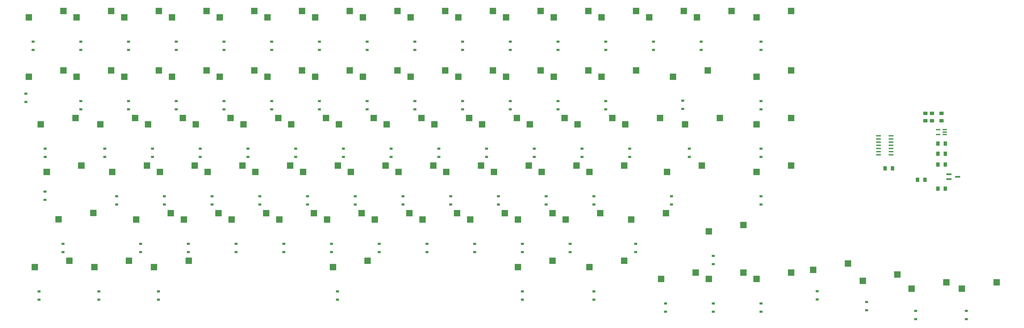
<source format=gbr>
%TF.GenerationSoftware,KiCad,Pcbnew,(6.0.10)*%
%TF.CreationDate,2023-01-18T21:24:14-08:00*%
%TF.ProjectId,OOTstag rev2,4f4f5473-7461-4672-9072-6576322e6b69,rev?*%
%TF.SameCoordinates,Original*%
%TF.FileFunction,Paste,Bot*%
%TF.FilePolarity,Positive*%
%FSLAX46Y46*%
G04 Gerber Fmt 4.6, Leading zero omitted, Abs format (unit mm)*
G04 Created by KiCad (PCBNEW (6.0.10)) date 2023-01-18 21:24:14*
%MOMM*%
%LPD*%
G01*
G04 APERTURE LIST*
G04 Aperture macros list*
%AMRoundRect*
0 Rectangle with rounded corners*
0 $1 Rounding radius*
0 $2 $3 $4 $5 $6 $7 $8 $9 X,Y pos of 4 corners*
0 Add a 4 corners polygon primitive as box body*
4,1,4,$2,$3,$4,$5,$6,$7,$8,$9,$2,$3,0*
0 Add four circle primitives for the rounded corners*
1,1,$1+$1,$2,$3*
1,1,$1+$1,$4,$5*
1,1,$1+$1,$6,$7*
1,1,$1+$1,$8,$9*
0 Add four rect primitives between the rounded corners*
20,1,$1+$1,$2,$3,$4,$5,0*
20,1,$1+$1,$4,$5,$6,$7,0*
20,1,$1+$1,$6,$7,$8,$9,0*
20,1,$1+$1,$8,$9,$2,$3,0*%
G04 Aperture macros list end*
%ADD10R,2.550000X2.500000*%
%ADD11R,1.200000X0.900000*%
%ADD12RoundRect,0.250001X-0.462499X-0.624999X0.462499X-0.624999X0.462499X0.624999X-0.462499X0.624999X0*%
%ADD13RoundRect,0.250001X-0.624999X0.462499X-0.624999X-0.462499X0.624999X-0.462499X0.624999X0.462499X0*%
%ADD14R,1.970000X0.600000*%
%ADD15RoundRect,0.250001X0.462499X0.624999X-0.462499X0.624999X-0.462499X-0.624999X0.462499X-0.624999X0*%
%ADD16R,1.800000X0.600000*%
%ADD17R,2.000000X0.650000*%
%ADD18RoundRect,0.250001X0.624999X-0.462499X0.624999X0.462499X-0.624999X0.462499X-0.624999X-0.462499X0*%
G04 APERTURE END LIST*
D10*
%TO.C,K67*%
X248952500Y-233342500D03*
X235102500Y-235882500D03*
%TD*%
%TO.C,K19*%
X148940000Y-176192500D03*
X135090000Y-178732500D03*
%TD*%
D11*
%TO.C,D24*%
X232100000Y-191812500D03*
X232100000Y-188512500D03*
%TD*%
%TO.C,D57*%
X303537500Y-229912500D03*
X303537500Y-226612500D03*
%TD*%
%TO.C,D4*%
X155900000Y-168000000D03*
X155900000Y-164700000D03*
%TD*%
%TO.C,D76*%
X201143750Y-268012500D03*
X201143750Y-264712500D03*
%TD*%
%TO.C,D45*%
X370212500Y-210862500D03*
X370212500Y-207562500D03*
%TD*%
%TO.C,D86*%
X392697500Y-267906250D03*
X392697500Y-264606250D03*
%TD*%
%TO.C,D18*%
X117800000Y-191812500D03*
X117800000Y-188512500D03*
%TD*%
%TO.C,D60*%
X91606250Y-248962500D03*
X91606250Y-245662500D03*
%TD*%
%TO.C,D74*%
X105893750Y-268012500D03*
X105893750Y-264712500D03*
%TD*%
%TO.C,D65*%
X198762500Y-248962500D03*
X198762500Y-245662500D03*
%TD*%
%TO.C,D39*%
X241625000Y-210862500D03*
X241625000Y-207562500D03*
%TD*%
%TO.C,D86*%
X412442900Y-272244600D03*
X412442900Y-268944600D03*
%TD*%
%TO.C,D48*%
X132087500Y-229912500D03*
X132087500Y-226612500D03*
%TD*%
%TO.C,D64*%
X179712500Y-248962500D03*
X179712500Y-245662500D03*
%TD*%
%TO.C,D9*%
X251150000Y-168000000D03*
X251150000Y-164700000D03*
%TD*%
%TO.C,D86*%
X452200000Y-275750000D03*
X452200000Y-272450000D03*
%TD*%
%TO.C,D80*%
X351162500Y-272775000D03*
X351162500Y-269475000D03*
%TD*%
%TO.C,D43*%
X317825000Y-210862500D03*
X317825000Y-207562500D03*
%TD*%
%TO.C,D68*%
X255912500Y-248962500D03*
X255912500Y-245662500D03*
%TD*%
%TO.C,D37*%
X203525000Y-210862500D03*
X203525000Y-207562500D03*
%TD*%
%TO.C,D32*%
X108275000Y-210862500D03*
X108275000Y-207562500D03*
%TD*%
%TO.C,D41*%
X279725000Y-210862500D03*
X279725000Y-207562500D03*
%TD*%
%TO.C,D28*%
X308300000Y-191812500D03*
X308300000Y-188512500D03*
%TD*%
%TO.C,D62*%
X141612500Y-248962500D03*
X141612500Y-245662500D03*
%TD*%
D12*
%TO.C,R1*%
X440856500Y-209596000D03*
X443831500Y-209596000D03*
%TD*%
D13*
%TO.C,R3*%
X438484000Y-193364500D03*
X438484000Y-196339500D03*
%TD*%
D14*
%TO.C,U4*%
X422109000Y-202342000D03*
X422109000Y-203612000D03*
X422109000Y-204882000D03*
X422109000Y-206152000D03*
X422109000Y-207422000D03*
X422109000Y-208692000D03*
X422109000Y-209962000D03*
X417159000Y-209962000D03*
X417159000Y-208692000D03*
X417159000Y-207422000D03*
X417159000Y-206152000D03*
X417159000Y-204882000D03*
X417159000Y-203612000D03*
X417159000Y-202342000D03*
%TD*%
D11*
%TO.C,D7*%
X213050000Y-168000000D03*
X213050000Y-164700000D03*
%TD*%
%TO.C,D29*%
X339000000Y-191650000D03*
X339000000Y-188350000D03*
%TD*%
D15*
%TO.C,C1*%
X443831500Y-223566000D03*
X440856500Y-223566000D03*
%TD*%
D11*
%TO.C,D23*%
X213050000Y-191812500D03*
X213050000Y-188512500D03*
%TD*%
%TO.C,D61*%
X122562500Y-248962500D03*
X122562500Y-245662500D03*
%TD*%
%TO.C,D25*%
X251150000Y-191812500D03*
X251150000Y-188512500D03*
%TD*%
D16*
%TO.C,IC1*%
X443584000Y-199952000D03*
X443584000Y-200902000D03*
X443584000Y-201852000D03*
X440984000Y-201852000D03*
X440984000Y-199952000D03*
%TD*%
D15*
%TO.C,C4*%
X443831500Y-205532000D03*
X440856500Y-205532000D03*
%TD*%
D11*
%TO.C,D40*%
X260675000Y-210862500D03*
X260675000Y-207562500D03*
%TD*%
%TO.C,D70*%
X294012500Y-248962500D03*
X294012500Y-245662500D03*
%TD*%
%TO.C,D58*%
X334493750Y-229912500D03*
X334493750Y-226612500D03*
%TD*%
%TO.C,D47*%
X113037500Y-229912500D03*
X113037500Y-226612500D03*
%TD*%
%TO.C,D69*%
X274962500Y-248962500D03*
X274962500Y-245662500D03*
%TD*%
%TO.C,D38*%
X222575000Y-210862500D03*
X222575000Y-207562500D03*
%TD*%
%TO.C,D46*%
X84400000Y-228050000D03*
X84400000Y-224750000D03*
%TD*%
%TO.C,D73*%
X82081250Y-268012500D03*
X82081250Y-264712500D03*
%TD*%
%TO.C,D59*%
X370212500Y-229912500D03*
X370212500Y-226612500D03*
%TD*%
%TO.C,D35*%
X165425000Y-210862500D03*
X165425000Y-207562500D03*
%TD*%
D17*
%TO.C,U1*%
X445274000Y-219702000D03*
X445274000Y-217802000D03*
X448694000Y-218752000D03*
%TD*%
D11*
%TO.C,D6*%
X194000000Y-168000000D03*
X194000000Y-164700000D03*
%TD*%
%TO.C,D8*%
X232100000Y-168000000D03*
X232100000Y-164700000D03*
%TD*%
%TO.C,D66*%
X217812500Y-248962500D03*
X217812500Y-245662500D03*
%TD*%
%TO.C,D63*%
X160662500Y-248962500D03*
X160662500Y-245662500D03*
%TD*%
%TO.C,D78*%
X303537500Y-268012500D03*
X303537500Y-264712500D03*
%TD*%
%TO.C,D3*%
X136850000Y-168000000D03*
X136850000Y-164700000D03*
%TD*%
%TO.C,D13*%
X327350000Y-168000000D03*
X327350000Y-164700000D03*
%TD*%
%TO.C,D12*%
X308300000Y-168000000D03*
X308300000Y-164700000D03*
%TD*%
%TO.C,D55*%
X265437500Y-229912500D03*
X265437500Y-226612500D03*
%TD*%
D15*
%TO.C,C2*%
X443831500Y-213914000D03*
X440856500Y-213914000D03*
%TD*%
D11*
%TO.C,D79*%
X332112500Y-272775000D03*
X332112500Y-269475000D03*
%TD*%
%TO.C,D50*%
X170187500Y-229912500D03*
X170187500Y-226612500D03*
%TD*%
%TO.C,D53*%
X227337500Y-229912500D03*
X227337500Y-226612500D03*
%TD*%
%TO.C,D51*%
X189237500Y-229912500D03*
X189237500Y-226612500D03*
%TD*%
%TO.C,D36*%
X184475000Y-210862500D03*
X184475000Y-207562500D03*
%TD*%
%TO.C,D54*%
X246387500Y-229912500D03*
X246387500Y-226612500D03*
%TD*%
%TO.C,D86*%
X431935400Y-275750000D03*
X431935400Y-272450000D03*
%TD*%
D12*
%TO.C,R4*%
X432746500Y-219952000D03*
X435721500Y-219952000D03*
%TD*%
D11*
%TO.C,D71*%
X320206250Y-248962500D03*
X320206250Y-245662500D03*
%TD*%
%TO.C,D77*%
X274962500Y-268012500D03*
X274962500Y-264712500D03*
%TD*%
%TO.C,D5*%
X174950000Y-168000000D03*
X174950000Y-164700000D03*
%TD*%
%TO.C,D14*%
X346400000Y-168000000D03*
X346400000Y-164700000D03*
%TD*%
%TO.C,D15*%
X370212500Y-168000000D03*
X370212500Y-164700000D03*
%TD*%
%TO.C,D42*%
X298775000Y-210862500D03*
X298775000Y-207562500D03*
%TD*%
%TO.C,D30*%
X370212500Y-191812500D03*
X370212500Y-188512500D03*
%TD*%
D18*
%TO.C,R2*%
X435834000Y-196339500D03*
X435834000Y-193364500D03*
%TD*%
D11*
%TO.C,D75*%
X129706250Y-268012500D03*
X129706250Y-264712500D03*
%TD*%
%TO.C,D31*%
X84462500Y-210862500D03*
X84462500Y-207562500D03*
%TD*%
%TO.C,D44*%
X341637500Y-210862500D03*
X341637500Y-207562500D03*
%TD*%
%TO.C,D52*%
X208287500Y-229912500D03*
X208287500Y-226612500D03*
%TD*%
%TO.C,D10*%
X270200000Y-168000000D03*
X270200000Y-164700000D03*
%TD*%
%TO.C,D34*%
X146375000Y-210862500D03*
X146375000Y-207562500D03*
%TD*%
%TO.C,D22*%
X194000000Y-191812500D03*
X194000000Y-188512500D03*
%TD*%
%TO.C,D56*%
X284487500Y-229912500D03*
X284487500Y-226612500D03*
%TD*%
%TO.C,D81*%
X370212500Y-272775000D03*
X370212500Y-269475000D03*
%TD*%
%TO.C,D26*%
X270200000Y-191812500D03*
X270200000Y-188512500D03*
%TD*%
%TO.C,D21*%
X174950000Y-191812500D03*
X174950000Y-188512500D03*
%TD*%
%TO.C,D20*%
X155900000Y-191812500D03*
X155900000Y-188512500D03*
%TD*%
%TO.C,D17*%
X98750000Y-191812500D03*
X98750000Y-188512500D03*
%TD*%
%TO.C,D27*%
X289250000Y-191812500D03*
X289250000Y-188512500D03*
%TD*%
%TO.C,D16*%
X76800000Y-188850000D03*
X76800000Y-185550000D03*
%TD*%
D10*
%TO.C,K21*%
X187040000Y-176192500D03*
X173190000Y-178732500D03*
%TD*%
%TO.C,K36*%
X196565000Y-195242500D03*
X182715000Y-197782500D03*
%TD*%
%TO.C,K59*%
X382302500Y-214292500D03*
X368452500Y-216832500D03*
%TD*%
D11*
%TO.C,D67*%
X236862500Y-248962500D03*
X236862500Y-245662500D03*
%TD*%
%TO.C,D33*%
X127325000Y-210862500D03*
X127325000Y-207562500D03*
%TD*%
%TO.C,D2*%
X117800000Y-168000000D03*
X117800000Y-164700000D03*
%TD*%
%TO.C,D19*%
X136850000Y-191812500D03*
X136850000Y-188512500D03*
%TD*%
%TO.C,D49*%
X151137500Y-229912500D03*
X151137500Y-226612500D03*
%TD*%
%TO.C,D1*%
X98750000Y-168000000D03*
X98750000Y-164700000D03*
%TD*%
D10*
%TO.C,K30*%
X382302500Y-176192500D03*
X368452500Y-178732500D03*
%TD*%
D11*
%TO.C,D72*%
X351162500Y-253725000D03*
X351162500Y-250425000D03*
%TD*%
D15*
%TO.C,C3*%
X422749500Y-215438000D03*
X419774500Y-215438000D03*
%TD*%
D11*
%TO.C,D11*%
X289250000Y-168000000D03*
X289250000Y-164700000D03*
%TD*%
%TO.C,D0*%
X79700000Y-168000000D03*
X79700000Y-164700000D03*
%TD*%
D10*
%TO.C,K28*%
X320390000Y-176192500D03*
X306540000Y-178732500D03*
%TD*%
D18*
%TO.C,C5*%
X442284000Y-196389500D03*
X442284000Y-193414500D03*
%TD*%
D10*
%TO.C,K54*%
X258477500Y-214292500D03*
X244627500Y-216832500D03*
%TD*%
%TO.C,K71*%
X332296250Y-233342500D03*
X318446250Y-235882500D03*
%TD*%
%TO.C,K78*%
X315627500Y-252392500D03*
X301777500Y-254932500D03*
%TD*%
%TO.C,K74*%
X117983750Y-252392500D03*
X104133750Y-254932500D03*
%TD*%
%TO.C,K53*%
X239427500Y-214292500D03*
X225577500Y-216832500D03*
%TD*%
%TO.C,K9*%
X263240000Y-152380000D03*
X249390000Y-154920000D03*
%TD*%
%TO.C,K76*%
X346590300Y-214288200D03*
X332740300Y-216828200D03*
%TD*%
%TO.C,MX_NUM6*%
X444220000Y-261060000D03*
X430370000Y-263600000D03*
%TD*%
%TO.C,K76*%
X98990300Y-214288200D03*
X85140300Y-216828200D03*
%TD*%
%TO.C,K72*%
X363252500Y-238105000D03*
X349402500Y-240645000D03*
%TD*%
%TO.C,K65*%
X210852500Y-233342500D03*
X197002500Y-235882500D03*
%TD*%
%TO.C,K57*%
X315627500Y-214292500D03*
X301777500Y-216832500D03*
%TD*%
%TO.C,K52*%
X220377500Y-214292500D03*
X206527500Y-216832500D03*
%TD*%
%TO.C,K70*%
X306102500Y-233342500D03*
X292252500Y-235882500D03*
%TD*%
%TO.C,K12*%
X320390000Y-152380000D03*
X306540000Y-154920000D03*
%TD*%
%TO.C,K43*%
X329915000Y-195242500D03*
X316065000Y-197782500D03*
%TD*%
%TO.C,K40*%
X272765000Y-195242500D03*
X258915000Y-197782500D03*
%TD*%
%TO.C,K27*%
X301340000Y-176192500D03*
X287490000Y-178732500D03*
%TD*%
%TO.C,K42*%
X310865000Y-195242500D03*
X297015000Y-197782500D03*
%TD*%
%TO.C,K22*%
X206090000Y-176192500D03*
X192240000Y-178732500D03*
%TD*%
%TO.C,K10*%
X282290000Y-152380000D03*
X268440000Y-154920000D03*
%TD*%
%TO.C,K35*%
X177515000Y-195242500D03*
X163665000Y-197782500D03*
%TD*%
%TO.C,K14*%
X358490000Y-152380000D03*
X344640000Y-154920000D03*
%TD*%
%TO.C,K2*%
X129890000Y-152380000D03*
X116040000Y-154920000D03*
%TD*%
%TO.C,K80*%
X363252500Y-257155000D03*
X349402500Y-259695000D03*
%TD*%
%TO.C,K32*%
X120365000Y-195242500D03*
X106515000Y-197782500D03*
%TD*%
%TO.C,MX_NUM5*%
X424720000Y-257914600D03*
X410870000Y-260454600D03*
%TD*%
%TO.C,K68*%
X268002500Y-233342500D03*
X254152500Y-235882500D03*
%TD*%
%TO.C,MX_NUM4*%
X404924600Y-253520000D03*
X391074600Y-256060000D03*
%TD*%
%TO.C,K6*%
X206090000Y-152380000D03*
X192240000Y-154920000D03*
%TD*%
%TO.C,K13*%
X339440000Y-152380000D03*
X325590000Y-154920000D03*
%TD*%
%TO.C,K47*%
X125127500Y-214292500D03*
X111277500Y-216832500D03*
%TD*%
%TO.C,K77*%
X287052500Y-252392500D03*
X273202500Y-254932500D03*
%TD*%
%TO.C,K33*%
X139415000Y-195242500D03*
X125565000Y-197782500D03*
%TD*%
%TO.C,K24*%
X244190000Y-176192500D03*
X230340000Y-178732500D03*
%TD*%
%TO.C,K63*%
X172752500Y-233342500D03*
X158902500Y-235882500D03*
%TD*%
%TO.C,K11*%
X301340000Y-152380000D03*
X287490000Y-154920000D03*
%TD*%
%TO.C,K20*%
X167990000Y-176192500D03*
X154140000Y-178732500D03*
%TD*%
%TO.C,K1*%
X110840000Y-152380000D03*
X96990000Y-154920000D03*
%TD*%
%TO.C,K69*%
X287052500Y-233342500D03*
X273202500Y-235882500D03*
%TD*%
%TO.C,K62*%
X153702500Y-233342500D03*
X139852500Y-235882500D03*
%TD*%
%TO.C,K3*%
X148940000Y-152380000D03*
X135090000Y-154920000D03*
%TD*%
%TO.C,K41*%
X291815000Y-195242500D03*
X277965000Y-197782500D03*
%TD*%
%TO.C,K56*%
X296577500Y-214292500D03*
X282727500Y-216832500D03*
%TD*%
%TO.C,K7*%
X225140000Y-152380000D03*
X211290000Y-154920000D03*
%TD*%
%TO.C,K76*%
X353790300Y-195288200D03*
X339940300Y-197828200D03*
%TD*%
%TO.C,K46*%
X98933750Y-214292500D03*
X85083750Y-216832500D03*
%TD*%
%TO.C,K50*%
X182277500Y-214292500D03*
X168427500Y-216832500D03*
%TD*%
%TO.C,K79*%
X344202500Y-257155000D03*
X330352500Y-259695000D03*
%TD*%
%TO.C,K76*%
X348990300Y-176188200D03*
X335140300Y-178728200D03*
%TD*%
%TO.C,K18*%
X129890000Y-176192500D03*
X116040000Y-178732500D03*
%TD*%
%TO.C,K61*%
X134652500Y-233342500D03*
X120802500Y-235882500D03*
%TD*%
%TO.C,K25*%
X263240000Y-176192500D03*
X249390000Y-178732500D03*
%TD*%
%TO.C,K76*%
X213233750Y-252392500D03*
X199383750Y-254932500D03*
%TD*%
%TO.C,K51*%
X201327500Y-214292500D03*
X187477500Y-216832500D03*
%TD*%
%TO.C,K15*%
X382302500Y-152380000D03*
X368452500Y-154920000D03*
%TD*%
%TO.C,K16*%
X91790000Y-176192500D03*
X77940000Y-178732500D03*
%TD*%
%TO.C,K45*%
X382302500Y-195242500D03*
X368452500Y-197782500D03*
%TD*%
%TO.C,K26*%
X282290000Y-176192500D03*
X268440000Y-178732500D03*
%TD*%
%TO.C,K48*%
X144177500Y-214292500D03*
X130327500Y-216832500D03*
%TD*%
%TO.C,K76*%
X96590300Y-195288200D03*
X82740300Y-197828200D03*
%TD*%
%TO.C,K17*%
X110840000Y-176192500D03*
X96990000Y-178732500D03*
%TD*%
%TO.C,K73*%
X94171250Y-252392500D03*
X80321250Y-254932500D03*
%TD*%
%TO.C,K8*%
X244190000Y-152380000D03*
X230340000Y-154920000D03*
%TD*%
%TO.C,MX_NUM7*%
X464284600Y-261060000D03*
X450434600Y-263600000D03*
%TD*%
%TO.C,K38*%
X234665000Y-195242500D03*
X220815000Y-197782500D03*
%TD*%
%TO.C,K49*%
X163227500Y-214292500D03*
X149377500Y-216832500D03*
%TD*%
%TO.C,K37*%
X215615000Y-195242500D03*
X201765000Y-197782500D03*
%TD*%
%TO.C,K0*%
X91790000Y-152380000D03*
X77940000Y-154920000D03*
%TD*%
%TO.C,K64*%
X191802500Y-233342500D03*
X177952500Y-235882500D03*
%TD*%
%TO.C,K5*%
X187040000Y-152380000D03*
X173190000Y-154920000D03*
%TD*%
%TO.C,K81*%
X382302500Y-257155000D03*
X368452500Y-259695000D03*
%TD*%
%TO.C,K4*%
X167990000Y-152380000D03*
X154140000Y-154920000D03*
%TD*%
%TO.C,K66*%
X229902500Y-233342500D03*
X216052500Y-235882500D03*
%TD*%
%TO.C,K76*%
X103690300Y-233288200D03*
X89840300Y-235828200D03*
%TD*%
%TO.C,K39*%
X253715000Y-195242500D03*
X239865000Y-197782500D03*
%TD*%
%TO.C,K34*%
X158465000Y-195242500D03*
X144615000Y-197782500D03*
%TD*%
%TO.C,K55*%
X277527500Y-214292500D03*
X263677500Y-216832500D03*
%TD*%
%TO.C,K23*%
X225140000Y-176192500D03*
X211290000Y-178732500D03*
%TD*%
%TO.C,K75*%
X141796250Y-252392500D03*
X127946250Y-254932500D03*
%TD*%
M02*

</source>
